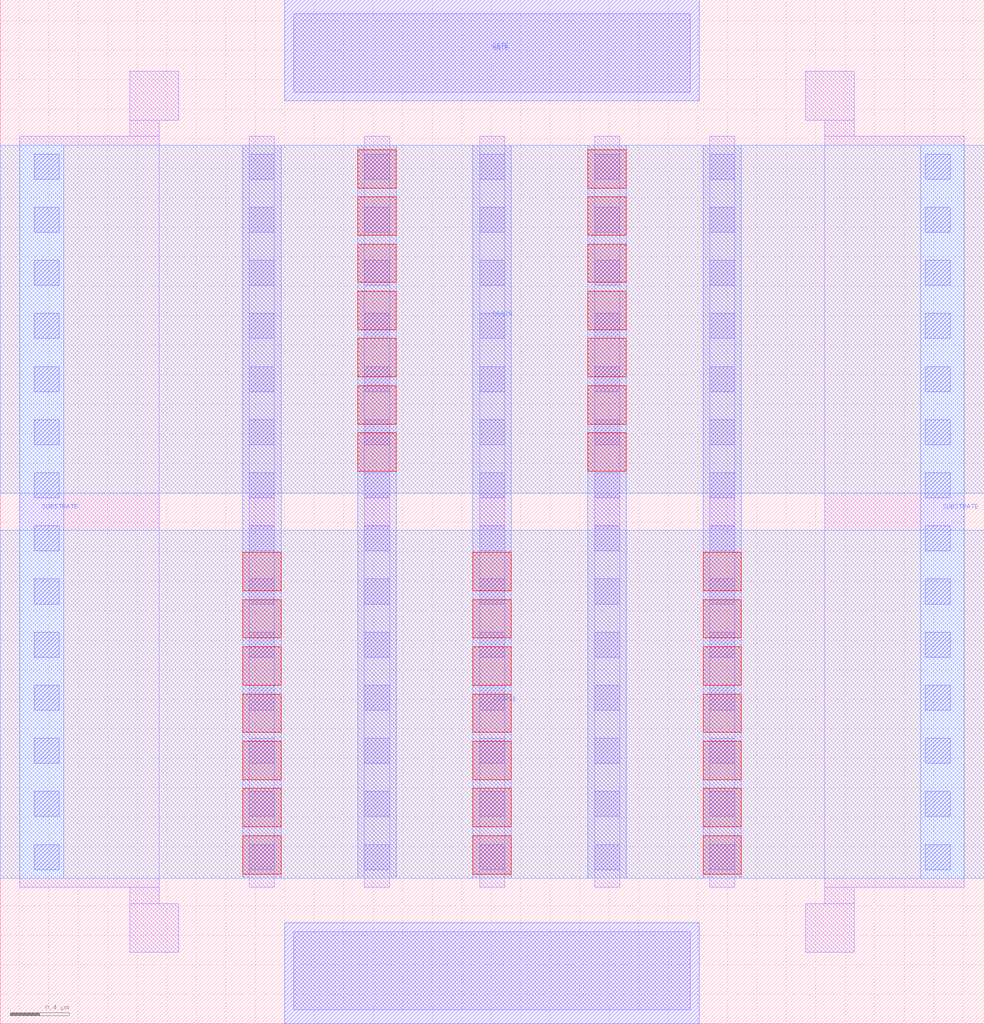
<source format=lef>
# Copyright 2020 The SkyWater PDK Authors
#
# Licensed under the Apache License, Version 2.0 (the "License");
# you may not use this file except in compliance with the License.
# You may obtain a copy of the License at
#
#     https://www.apache.org/licenses/LICENSE-2.0
#
# Unless required by applicable law or agreed to in writing, software
# distributed under the License is distributed on an "AS IS" BASIS,
# WITHOUT WARRANTIES OR CONDITIONS OF ANY KIND, either express or implied.
# See the License for the specific language governing permissions and
# limitations under the License.
#
# SPDX-License-Identifier: Apache-2.0

VERSION 5.7 ;
  NOWIREEXTENSIONATPIN ON ;
  DIVIDERCHAR "/" ;
  BUSBITCHARS "[]" ;
MACRO sky130_fd_pr__rf_nfet_g5v0d10v5_bM04W5p00L0p50
  CLASS BLOCK ;
  FOREIGN sky130_fd_pr__rf_nfet_g5v0d10v5_bM04W5p00L0p50 ;
  ORIGIN -0.070000  0.000000 ;
  SIZE  6.670000 BY  6.940000 ;
  PIN DRAIN
    ANTENNADIFFAREA  2.828000 ;
    PORT
      LAYER met2 ;
        RECT 0.070000 3.595000 6.740000 5.955000 ;
    END
  END DRAIN
  PIN GATE
    ANTENNAGATEAREA  10.099999 ;
    PORT
      LAYER li1 ;
        RECT 2.000000 0.000000 4.810000 0.685000 ;
        RECT 2.000000 6.255000 4.810000 6.940000 ;
      LAYER mcon ;
        RECT 2.060000 0.095000 4.750000 0.625000 ;
        RECT 2.060000 6.315000 4.750000 6.845000 ;
    END
    PORT
      LAYER met1 ;
        RECT 2.000000 0.000000 4.810000 0.685000 ;
        RECT 2.000000 6.255000 4.810000 6.940000 ;
    END
  END GATE
  PIN SOURCE
    ANTENNADIFFAREA  4.242000 ;
    PORT
      LAYER met2 ;
        RECT 0.070000 0.985000 6.740000 3.345000 ;
    END
  END SOURCE
  PIN SUBSTRATE
    ANTENNADIFFAREA  5.050000 ;
    ANTENNAGATEAREA  2.525000 ;
    PORT
      LAYER met1 ;
        RECT 0.205000 0.985000 0.500000 5.955000 ;
    END
    PORT
      LAYER met1 ;
        RECT 6.310000 0.985000 6.605000 5.955000 ;
    END
  END SUBSTRATE
  OBS
    LAYER li1 ;
      RECT 0.205000 0.925000 1.150000 6.015000 ;
      RECT 0.950000 0.485000 1.280000 0.815000 ;
      RECT 0.950000 0.815000 1.150000 0.925000 ;
      RECT 0.950000 6.015000 1.150000 6.125000 ;
      RECT 0.950000 6.125000 1.280000 6.455000 ;
      RECT 1.760000 0.925000 1.930000 6.015000 ;
      RECT 2.540000 0.925000 2.710000 6.015000 ;
      RECT 3.320000 0.925000 3.490000 6.015000 ;
      RECT 4.100000 0.925000 4.270000 6.015000 ;
      RECT 4.880000 0.925000 5.050000 6.015000 ;
      RECT 5.530000 0.485000 5.860000 0.815000 ;
      RECT 5.530000 6.125000 5.860000 6.455000 ;
      RECT 5.660000 0.815000 5.860000 0.925000 ;
      RECT 5.660000 0.925000 6.605000 6.015000 ;
      RECT 5.660000 6.015000 5.860000 6.125000 ;
    LAYER mcon ;
      RECT 0.300000 1.045000 0.470000 1.215000 ;
      RECT 0.300000 1.405000 0.470000 1.575000 ;
      RECT 0.300000 1.765000 0.470000 1.935000 ;
      RECT 0.300000 2.125000 0.470000 2.295000 ;
      RECT 0.300000 2.485000 0.470000 2.655000 ;
      RECT 0.300000 2.845000 0.470000 3.015000 ;
      RECT 0.300000 3.205000 0.470000 3.375000 ;
      RECT 0.300000 3.565000 0.470000 3.735000 ;
      RECT 0.300000 3.925000 0.470000 4.095000 ;
      RECT 0.300000 4.285000 0.470000 4.455000 ;
      RECT 0.300000 4.645000 0.470000 4.815000 ;
      RECT 0.300000 5.005000 0.470000 5.175000 ;
      RECT 0.300000 5.365000 0.470000 5.535000 ;
      RECT 0.300000 5.725000 0.470000 5.895000 ;
      RECT 1.760000 1.045000 1.930000 1.215000 ;
      RECT 1.760000 1.405000 1.930000 1.575000 ;
      RECT 1.760000 1.765000 1.930000 1.935000 ;
      RECT 1.760000 2.125000 1.930000 2.295000 ;
      RECT 1.760000 2.485000 1.930000 2.655000 ;
      RECT 1.760000 2.845000 1.930000 3.015000 ;
      RECT 1.760000 3.205000 1.930000 3.375000 ;
      RECT 1.760000 3.565000 1.930000 3.735000 ;
      RECT 1.760000 3.925000 1.930000 4.095000 ;
      RECT 1.760000 4.285000 1.930000 4.455000 ;
      RECT 1.760000 4.645000 1.930000 4.815000 ;
      RECT 1.760000 5.005000 1.930000 5.175000 ;
      RECT 1.760000 5.365000 1.930000 5.535000 ;
      RECT 1.760000 5.725000 1.930000 5.895000 ;
      RECT 2.540000 1.045000 2.710000 1.215000 ;
      RECT 2.540000 1.405000 2.710000 1.575000 ;
      RECT 2.540000 1.765000 2.710000 1.935000 ;
      RECT 2.540000 2.125000 2.710000 2.295000 ;
      RECT 2.540000 2.485000 2.710000 2.655000 ;
      RECT 2.540000 2.845000 2.710000 3.015000 ;
      RECT 2.540000 3.205000 2.710000 3.375000 ;
      RECT 2.540000 3.565000 2.710000 3.735000 ;
      RECT 2.540000 3.925000 2.710000 4.095000 ;
      RECT 2.540000 4.285000 2.710000 4.455000 ;
      RECT 2.540000 4.645000 2.710000 4.815000 ;
      RECT 2.540000 5.005000 2.710000 5.175000 ;
      RECT 2.540000 5.365000 2.710000 5.535000 ;
      RECT 2.540000 5.725000 2.710000 5.895000 ;
      RECT 3.320000 1.045000 3.490000 1.215000 ;
      RECT 3.320000 1.405000 3.490000 1.575000 ;
      RECT 3.320000 1.765000 3.490000 1.935000 ;
      RECT 3.320000 2.125000 3.490000 2.295000 ;
      RECT 3.320000 2.485000 3.490000 2.655000 ;
      RECT 3.320000 2.845000 3.490000 3.015000 ;
      RECT 3.320000 3.205000 3.490000 3.375000 ;
      RECT 3.320000 3.565000 3.490000 3.735000 ;
      RECT 3.320000 3.925000 3.490000 4.095000 ;
      RECT 3.320000 4.285000 3.490000 4.455000 ;
      RECT 3.320000 4.645000 3.490000 4.815000 ;
      RECT 3.320000 5.005000 3.490000 5.175000 ;
      RECT 3.320000 5.365000 3.490000 5.535000 ;
      RECT 3.320000 5.725000 3.490000 5.895000 ;
      RECT 4.100000 1.045000 4.270000 1.215000 ;
      RECT 4.100000 1.405000 4.270000 1.575000 ;
      RECT 4.100000 1.765000 4.270000 1.935000 ;
      RECT 4.100000 2.125000 4.270000 2.295000 ;
      RECT 4.100000 2.485000 4.270000 2.655000 ;
      RECT 4.100000 2.845000 4.270000 3.015000 ;
      RECT 4.100000 3.205000 4.270000 3.375000 ;
      RECT 4.100000 3.565000 4.270000 3.735000 ;
      RECT 4.100000 3.925000 4.270000 4.095000 ;
      RECT 4.100000 4.285000 4.270000 4.455000 ;
      RECT 4.100000 4.645000 4.270000 4.815000 ;
      RECT 4.100000 5.005000 4.270000 5.175000 ;
      RECT 4.100000 5.365000 4.270000 5.535000 ;
      RECT 4.100000 5.725000 4.270000 5.895000 ;
      RECT 4.880000 1.045000 5.050000 1.215000 ;
      RECT 4.880000 1.405000 5.050000 1.575000 ;
      RECT 4.880000 1.765000 5.050000 1.935000 ;
      RECT 4.880000 2.125000 5.050000 2.295000 ;
      RECT 4.880000 2.485000 5.050000 2.655000 ;
      RECT 4.880000 2.845000 5.050000 3.015000 ;
      RECT 4.880000 3.205000 5.050000 3.375000 ;
      RECT 4.880000 3.565000 5.050000 3.735000 ;
      RECT 4.880000 3.925000 5.050000 4.095000 ;
      RECT 4.880000 4.285000 5.050000 4.455000 ;
      RECT 4.880000 4.645000 5.050000 4.815000 ;
      RECT 4.880000 5.005000 5.050000 5.175000 ;
      RECT 4.880000 5.365000 5.050000 5.535000 ;
      RECT 4.880000 5.725000 5.050000 5.895000 ;
      RECT 6.340000 1.045000 6.510000 1.215000 ;
      RECT 6.340000 1.405000 6.510000 1.575000 ;
      RECT 6.340000 1.765000 6.510000 1.935000 ;
      RECT 6.340000 2.125000 6.510000 2.295000 ;
      RECT 6.340000 2.485000 6.510000 2.655000 ;
      RECT 6.340000 2.845000 6.510000 3.015000 ;
      RECT 6.340000 3.205000 6.510000 3.375000 ;
      RECT 6.340000 3.565000 6.510000 3.735000 ;
      RECT 6.340000 3.925000 6.510000 4.095000 ;
      RECT 6.340000 4.285000 6.510000 4.455000 ;
      RECT 6.340000 4.645000 6.510000 4.815000 ;
      RECT 6.340000 5.005000 6.510000 5.175000 ;
      RECT 6.340000 5.365000 6.510000 5.535000 ;
      RECT 6.340000 5.725000 6.510000 5.895000 ;
    LAYER met1 ;
      RECT 1.715000 0.985000 1.975000 5.955000 ;
      RECT 2.495000 0.985000 2.755000 5.955000 ;
      RECT 3.275000 0.985000 3.535000 5.955000 ;
      RECT 4.055000 0.985000 4.315000 5.955000 ;
      RECT 4.835000 0.985000 5.095000 5.955000 ;
    LAYER via ;
      RECT 1.715000 1.015000 1.975000 1.275000 ;
      RECT 1.715000 1.335000 1.975000 1.595000 ;
      RECT 1.715000 1.655000 1.975000 1.915000 ;
      RECT 1.715000 1.975000 1.975000 2.235000 ;
      RECT 1.715000 2.295000 1.975000 2.555000 ;
      RECT 1.715000 2.615000 1.975000 2.875000 ;
      RECT 1.715000 2.935000 1.975000 3.195000 ;
      RECT 2.495000 3.745000 2.755000 4.005000 ;
      RECT 2.495000 4.065000 2.755000 4.325000 ;
      RECT 2.495000 4.385000 2.755000 4.645000 ;
      RECT 2.495000 4.705000 2.755000 4.965000 ;
      RECT 2.495000 5.025000 2.755000 5.285000 ;
      RECT 2.495000 5.345000 2.755000 5.605000 ;
      RECT 2.495000 5.665000 2.755000 5.925000 ;
      RECT 3.275000 1.015000 3.535000 1.275000 ;
      RECT 3.275000 1.335000 3.535000 1.595000 ;
      RECT 3.275000 1.655000 3.535000 1.915000 ;
      RECT 3.275000 1.975000 3.535000 2.235000 ;
      RECT 3.275000 2.295000 3.535000 2.555000 ;
      RECT 3.275000 2.615000 3.535000 2.875000 ;
      RECT 3.275000 2.935000 3.535000 3.195000 ;
      RECT 4.055000 3.745000 4.315000 4.005000 ;
      RECT 4.055000 4.065000 4.315000 4.325000 ;
      RECT 4.055000 4.385000 4.315000 4.645000 ;
      RECT 4.055000 4.705000 4.315000 4.965000 ;
      RECT 4.055000 5.025000 4.315000 5.285000 ;
      RECT 4.055000 5.345000 4.315000 5.605000 ;
      RECT 4.055000 5.665000 4.315000 5.925000 ;
      RECT 4.835000 1.015000 5.095000 1.275000 ;
      RECT 4.835000 1.335000 5.095000 1.595000 ;
      RECT 4.835000 1.655000 5.095000 1.915000 ;
      RECT 4.835000 1.975000 5.095000 2.235000 ;
      RECT 4.835000 2.295000 5.095000 2.555000 ;
      RECT 4.835000 2.615000 5.095000 2.875000 ;
      RECT 4.835000 2.935000 5.095000 3.195000 ;
  END
END sky130_fd_pr__rf_nfet_g5v0d10v5_bM04W5p00L0p50
END LIBRARY

</source>
